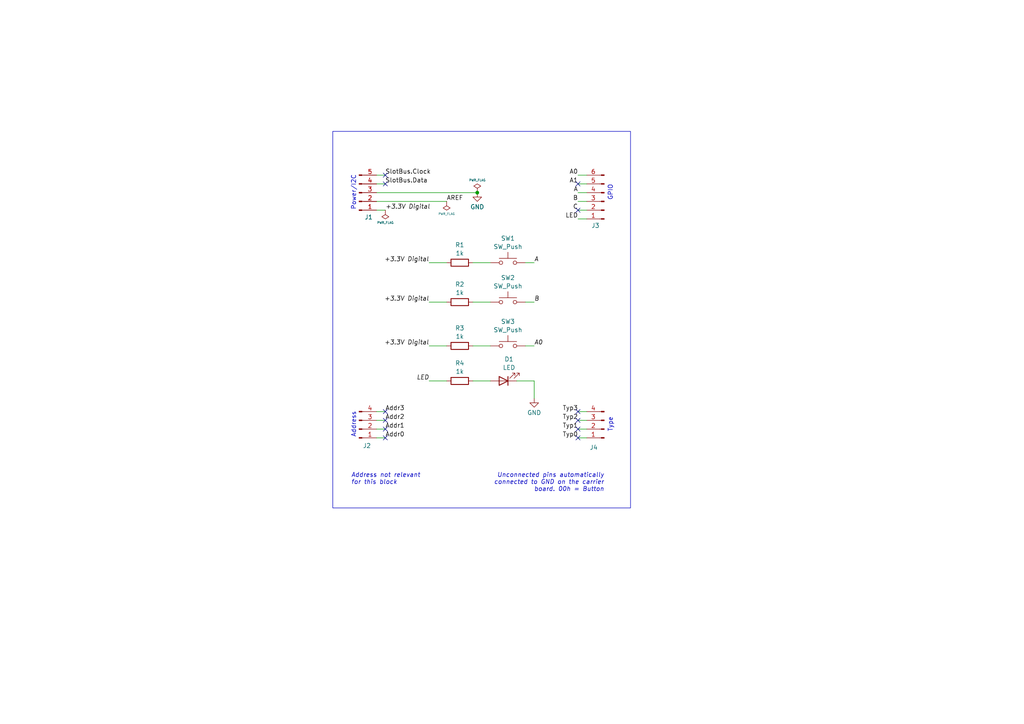
<source format=kicad_sch>
(kicad_sch (version 20250114) (generator "eeschema") (generator_version "9.0")
  (paper "A4")
  (title_block (title "Modular Music Controller / Block / Three Switches") (date "2025-12-01") (rev "1") (company "Dennis Schulmeister-Zimolong"))
  (lib_symbols
    (symbol "Connector:Conn_01x04_Pin" (pin_names (offset 1.016) (hide yes))
      (property "Reference" "J" (at 0 5.08 0))
      (property "Value" "Conn_01x04_Pin" (at 0 -7.62 0))
      (symbol "Conn_01x04_Pin_1_1"
        (rectangle (start 0.8636 2.667) (end 0 2.413) (stroke (width 0.1524)) (fill (type outline)))
        (rectangle (start 0.8636 0.127) (end 0 -0.127) (stroke (width 0.1524)) (fill (type outline)))
        (rectangle (start 0.8636 -2.413) (end 0 -2.667) (stroke (width 0.1524)) (fill (type outline)))
        (rectangle (start 0.8636 -4.953) (end 0 -5.207) (stroke (width 0.1524)) (fill (type outline)))
        (polyline (pts (xy 1.27 2.54) (xy 0.8636 2.54)) (stroke (width 0.1524)))
        (polyline (pts (xy 1.27 0) (xy 0.8636 0)) (stroke (width 0.1524)))
        (polyline (pts (xy 1.27 -2.54) (xy 0.8636 -2.54)) (stroke (width 0.1524)))
        (polyline (pts (xy 1.27 -5.08) (xy 0.8636 -5.08)) (stroke (width 0.1524)))
        (pin passive line (at 5.08 2.54 180) (length 3.81) (name "Pin_1") (number "1"))
        (pin passive line (at 5.08 0 180) (length 3.81) (name "Pin_2") (number "2"))
        (pin passive line (at 5.08 -2.54 180) (length 3.81) (name "Pin_3") (number "3"))
        (pin passive line (at 5.08 -5.08 180) (length 3.81) (name "Pin_4") (number "4"))
      )
    )
    (symbol "Connector:Conn_01x05_Pin" (pin_names (offset 1.016) (hide yes))
      (property "Reference" "J" (at 0 7.62 0))
      (property "Value" "Conn_01x05_Pin" (at 0 -7.62 0))
      (symbol "Conn_01x05_Pin_1_1"
        (rectangle (start 0.8636 5.207) (end 0 4.953) (stroke (width 0.1524)) (fill (type outline)))
        (rectangle (start 0.8636 2.667) (end 0 2.413) (stroke (width 0.1524)) (fill (type outline)))
        (rectangle (start 0.8636 0.127) (end 0 -0.127) (stroke (width 0.1524)) (fill (type outline)))
        (rectangle (start 0.8636 -2.413) (end 0 -2.667) (stroke (width 0.1524)) (fill (type outline)))
        (rectangle (start 0.8636 -4.953) (end 0 -5.207) (stroke (width 0.1524)) (fill (type outline)))
        (polyline (pts (xy 1.27 5.08) (xy 0.8636 5.08)) (stroke (width 0.1524)))
        (polyline (pts (xy 1.27 2.54) (xy 0.8636 2.54)) (stroke (width 0.1524)))
        (polyline (pts (xy 1.27 0) (xy 0.8636 0)) (stroke (width 0.1524)))
        (polyline (pts (xy 1.27 -2.54) (xy 0.8636 -2.54)) (stroke (width 0.1524)))
        (polyline (pts (xy 1.27 -5.08) (xy 0.8636 -5.08)) (stroke (width 0.1524)))
        (pin passive line (at 5.08 5.08 180) (length 3.81) (name "Pin_1") (number "1"))
        (pin passive line (at 5.08 2.54 180) (length 3.81) (name "Pin_2") (number "2"))
        (pin passive line (at 5.08 0 180) (length 3.81) (name "Pin_3") (number "3"))
        (pin passive line (at 5.08 -2.54 180) (length 3.81) (name "Pin_4") (number "4"))
        (pin passive line (at 5.08 -5.08 180) (length 3.81) (name "Pin_5") (number "5"))
      )
    )
    (symbol "Connector:Conn_01x06_Pin" (pin_names (offset 1.016) (hide yes))
      (property "Reference" "J" (at 0 7.62 0))
      (property "Value" "Conn_01x06_Pin" (at 0 -10.16 0))
      (symbol "Conn_01x06_Pin_1_1"
        (rectangle (start 0.8636 5.207) (end 0 4.953) (stroke (width 0.1524)) (fill (type outline)))
        (rectangle (start 0.8636 2.667) (end 0 2.413) (stroke (width 0.1524)) (fill (type outline)))
        (rectangle (start 0.8636 0.127) (end 0 -0.127) (stroke (width 0.1524)) (fill (type outline)))
        (rectangle (start 0.8636 -2.413) (end 0 -2.667) (stroke (width 0.1524)) (fill (type outline)))
        (rectangle (start 0.8636 -4.953) (end 0 -5.207) (stroke (width 0.1524)) (fill (type outline)))
        (rectangle (start 0.8636 -7.493) (end 0 -7.747) (stroke (width 0.1524)) (fill (type outline)))
        (polyline (pts (xy 1.27 5.08) (xy 0.8636 5.08)) (stroke (width 0.1524)))
        (polyline (pts (xy 1.27 2.54) (xy 0.8636 2.54)) (stroke (width 0.1524)))
        (polyline (pts (xy 1.27 0) (xy 0.8636 0)) (stroke (width 0.1524)))
        (polyline (pts (xy 1.27 -2.54) (xy 0.8636 -2.54)) (stroke (width 0.1524)))
        (polyline (pts (xy 1.27 -5.08) (xy 0.8636 -5.08)) (stroke (width 0.1524)))
        (polyline (pts (xy 1.27 -7.62) (xy 0.8636 -7.62)) (stroke (width 0.1524)))
        (pin passive line (at 5.08 5.08 180) (length 3.81) (name "Pin_1") (number "1"))
        (pin passive line (at 5.08 2.54 180) (length 3.81) (name "Pin_2") (number "2"))
        (pin passive line (at 5.08 0 180) (length 3.81) (name "Pin_3") (number "3"))
        (pin passive line (at 5.08 -2.54 180) (length 3.81) (name "Pin_4") (number "4"))
        (pin passive line (at 5.08 -5.08 180) (length 3.81) (name "Pin_5") (number "5"))
        (pin passive line (at 5.08 -7.62 180) (length 3.81) (name "Pin_6") (number "6"))
      )
    )
    (symbol "Device:LED" (pin_numbers (hide yes)) (pin_names (offset 1.016) (hide yes))
      (property "Reference" "D" (at 0 2.54 0))
      (property "Value" "LED" (at 0 -2.54 0))
      (symbol "LED_0_1"
        (polyline (pts (xy -3.048 -0.762) (xy -4.572 -2.286) (xy -3.81 -2.286) (xy -4.572 -2.286) (xy -4.572 -1.524)))
        (polyline (pts (xy -1.778 -0.762) (xy -3.302 -2.286) (xy -2.54 -2.286) (xy -3.302 -2.286) (xy -3.302 -1.524)))
        (polyline (pts (xy -1.27 0) (xy 1.27 0)))
        (polyline (pts (xy -1.27 -1.27) (xy -1.27 1.27)) (stroke (width 0.254)))
        (polyline (pts (xy 1.27 -1.27) (xy 1.27 1.27) (xy -1.27 0) (xy 1.27 -1.27)) (stroke (width 0.254)))
      )
      (symbol "LED_1_1"
        (pin passive line (at -3.81 0 0) (length 2.54) (name "K") (number "1"))
        (pin passive line (at 3.81 0 180) (length 2.54) (name "A") (number "2"))
      )
    )
    (symbol "Device:R" (pin_numbers (hide yes)) (pin_names (offset 0))
      (property "Reference" "R" (at 2.032 0 90))
      (property "Value" "R" (at 0 0 90))
      (symbol "R_0_1"
        (rectangle (start -1.016 -2.54) (end 1.016 2.54) (stroke (width 0.254)))
      )
      (symbol "R_1_1"
        (pin passive line (at 0 3.81 270) (length 1.27) (name "~") (number "1"))
        (pin passive line (at 0 -3.81 90) (length 1.27) (name "~") (number "2"))
      )
    )
    (symbol "Switch:SW_Push" (pin_numbers (hide yes)) (pin_names (offset 1.016) (hide yes))
      (property "Reference" "SW" (at 1.27 2.54 0))
      (property "Value" "SW_Push" (at 0 -1.524 0))
      (symbol "SW_Push_0_1"
        (circle (center -2.032 0) (radius 0.508))
        (polyline (pts (xy 0 1.27) (xy 0 3.048)))
        (circle (center 2.032 0) (radius 0.508))
        (polyline (pts (xy 2.54 1.27) (xy -2.54 1.27)))
        (pin passive line (at -5.08 0 0) (length 2.54) (name "1") (number "1"))
        (pin passive line (at 5.08 0 180) (length 2.54) (name "2") (number "2"))
      )
    )
    (symbol "power:GND" (power) (pin_numbers (hide yes)) (pin_names (offset 0) (hide yes))
      (property "Value" "GND" (at 0 -3.81 0))
      (symbol "GND_0_1"
        (polyline (pts (xy 0 0) (xy 0 -1.27) (xy 1.27 -1.27) (xy 0 -2.54) (xy -1.27 -1.27) (xy 0 -1.27)))
      )
      (symbol "GND_1_1"
        (pin power_in line (at 0 0 270) (length 0) (name "~") (number "1"))
      )
    )
    (symbol "power:PWR_FLAG" (power) (pin_numbers (hide yes)) (pin_names (offset 0) (hide yes))
      (property "Value" "PWR_FLAG" (at 0 3.81 0))
      (symbol "PWR_FLAG_0_0"
        (pin power_out line (at 0 0 90) (length 0) (name "~") (number "1"))
      )
      (symbol "PWR_FLAG_0_1"
        (polyline (pts (xy 0 0) (xy 0 1.27) (xy -1.016 1.905) (xy 0 2.54) (xy 1.016 1.905) (xy 0 1.27)))
      )
    )
  )
  (rectangle (start 96.52 38.1) (end 182.88 147.32))
  (text "Unconnected pins automatically\nconnected to GND on the carrier\nboard. 00h = Button" (at 175.26 137.16 0) (effects (font (size 1.27 1.27) (italic yes)) (justify right top)))
  (text "GPIO" (at 177.8 55.88 90) (effects (font (size 1.27 1.27)) (justify bottom)))
  (text "Type" (at 177.8 123.19 90) (effects (font (size 1.27 1.27)) (justify bottom)))
  (text "Address not relevant\nfor this block" (at 101.854 137.16 0) (effects (font (size 1.27 1.27) (italic yes)) (justify left top)))
  (text "Address" (at 101.854 123.19 90) (effects (font (size 1.27 1.27)) (justify top)))
  (text "Power/I2C" (at 101.854 55.88 90) (effects (font (size 1.27 1.27)) (justify top)))
  (junction (at 138.43 55.88))
  (no_connect (at 167.64 53.34))
  (no_connect (at 111.76 127))
  (no_connect (at 167.64 124.46))
  (no_connect (at 111.76 50.8))
  (no_connect (at 111.76 124.46))
  (no_connect (at 111.76 53.34))
  (no_connect (at 111.76 119.38))
  (no_connect (at 167.64 119.38))
  (no_connect (at 167.64 60.96))
  (no_connect (at 167.64 121.92))
  (no_connect (at 167.64 127))
  (no_connect (at 111.76 121.92))
  (wire (pts (xy 111.76 119.38) (xy 109.22 119.38)))
  (wire (pts (xy 109.22 60.96) (xy 111.76 60.96)))
  (wire (pts (xy 111.76 121.92) (xy 109.22 121.92)))
  (wire (pts (xy 167.64 124.46) (xy 170.18 124.46)))
  (wire (pts (xy 167.64 60.96) (xy 170.18 60.96)))
  (wire (pts (xy 124.46 76.2) (xy 129.54 76.2)))
  (wire (pts (xy 137.16 110.49) (xy 142.24 110.49)))
  (wire (pts (xy 111.76 124.46) (xy 109.22 124.46)))
  (wire (pts (xy 167.64 121.92) (xy 170.18 121.92)))
  (wire (pts (xy 154.94 87.63) (xy 152.4 87.63)))
  (wire (pts (xy 167.64 53.34) (xy 170.18 53.34)))
  (wire (pts (xy 167.64 127) (xy 170.18 127)))
  (wire (pts (xy 167.64 55.88) (xy 170.18 55.88)))
  (wire (pts (xy 154.94 100.33) (xy 152.4 100.33)))
  (wire (pts (xy 137.16 76.2) (xy 142.24 76.2)))
  (wire (pts (xy 167.64 58.42) (xy 170.18 58.42)))
  (wire (pts (xy 109.22 55.88) (xy 138.43 55.88)))
  (wire (pts (xy 109.22 50.8) (xy 111.76 50.8)))
  (wire (pts (xy 137.16 87.63) (xy 142.24 87.63)))
  (wire (pts (xy 124.46 87.63) (xy 129.54 87.63)))
  (wire (pts (xy 109.22 58.42) (xy 129.54 58.42)))
  (wire (pts (xy 124.46 100.33) (xy 129.54 100.33)))
  (wire (pts (xy 111.76 127) (xy 109.22 127)))
  (wire (pts (xy 154.94 76.2) (xy 152.4 76.2)))
  (wire (pts (xy 137.16 100.33) (xy 142.24 100.33)))
  (wire (pts (xy 167.64 50.8) (xy 170.18 50.8)))
  (wire (pts (xy 124.46 110.49) (xy 129.54 110.49)))
  (wire (pts (xy 109.22 53.34) (xy 111.76 53.34)))
  (wire (pts (xy 149.86 110.49) (xy 154.94 110.49)))
  (wire (pts (xy 154.94 110.49) (xy 154.94 115.57)))
  (wire (pts (xy 167.64 119.38) (xy 170.18 119.38)))
  (wire (pts (xy 167.64 63.5) (xy 170.18 63.5)))
  (label "A0" (at 154.94 100.33 0) (effects (font (italic yes))))
  (label "B" (at 167.64 58.42 180))
  (label "C" (at 167.64 60.96 180))
  (label "SlotBus.Data" (at 111.76 53.34 0))
  (label "SlotBus.Clock" (at 111.76 50.8 0))
  (label "B" (at 154.94 87.63 0) (effects (font (italic yes))))
  (label "A" (at 167.64 55.88 180))
  (label "+3.3V Digital" (at 124.46 100.33 180) (effects (font (italic yes))))
  (label "A1" (at 167.64 53.34 180))
  (label "A0" (at 167.64 50.8 180))
  (label "LED" (at 167.64 63.5 180))
  (label "A" (at 154.94 76.2 0) (effects (font (italic yes))))
  (label "LED" (at 124.46 110.49 180) (effects (font (italic yes))))
  (label "+3.3V Digital" (at 111.76 60.96 0) (effects (font (italic yes))))
  (label "+3.3V Digital" (at 124.46 87.63 180) (effects (font (italic yes))))
  (label "Typ1" (at 167.64 124.46 180))
  (label "Typ0" (at 167.64 127 180))
  (label "Typ2" (at 167.64 121.92 180))
  (label "Typ3" (at 167.64 119.38 180))
  (label "AREF" (at 129.54 58.42 0))
  (label "Addr2" (at 111.76 121.92 0))
  (label "Addr1" (at 111.76 124.46 0))
  (label "Addr0" (at 111.76 127 0))
  (label "Addr3" (at 111.76 119.38 0))
  (label "+3.3V Digital" (at 124.46 76.2 180) (effects (font (italic yes))))
  (symbol (lib_id "Device:R") (at 133.35 110.49 90) (unit 1)
    (property "Reference" "R4" (at 133.35 105.3295 90))
    (property "Value" "1k" (at 133.35 107.7538 90))
    (property "Footprint" "Resistor_SMD:R_0402_1005Metric" (effects (hide yes)))
    (property "Description" "Resistor" (effects (hide yes)))
  )
  (symbol (lib_id "Connector:Conn_01x04_Pin") (at 175.26 124.46 180) (unit 1)
    (property "Reference" "J4" (at 172.212 129.794 0))
    (property "Value" "Samtec MTMS-104-02-T-S-100" (effects (hide yes)))
    (property "Footprint" "Connector_PinHeader_1.27mm:PinHeader_1x04_P1.27mm_Vertical" (effects (hide yes)))
    (property "Description" "Single row pin header" (effects (hide yes)))
  )
  (symbol (lib_id "Device:R") (at 133.35 87.63 90) (unit 1)
    (property "Reference" "R2" (at 133.35 82.4695 90))
    (property "Value" "1k" (at 133.35 84.8938 90))
    (property "Footprint" "Resistor_SMD:R_0402_1005Metric" (effects (hide yes)))
    (property "Description" "Resistor" (effects (hide yes)))
  )
  (symbol (lib_id "Device:LED") (at 146.05 110.49 180) (unit 1)
    (property "Reference" "D1" (at 147.6375 104.1865 0))
    (property "Value" "LED" (at 147.6375 106.6108 0))
    (property "Footprint" "LED_SMD:LED_0805_2012Metric" (effects (hide yes)))
    (property "Description" "Light emitting diode" (effects (hide yes)))
    (property "Sim.Pins" "1=K 2=A" (effects (hide yes)))
  )
  (symbol (lib_id "Connector:Conn_01x06_Pin") (at 175.26 58.42 180) (unit 1)
    (property "Reference" "J3" (at 172.72 65.4163 0))
    (property "Value" "Samtec  MTMS-106-02-T-S-100" (effects (hide yes)))
    (property "Footprint" "Connector_PinHeader_1.27mm:PinHeader_1x06_P1.27mm_Vertical" (effects (hide yes)))
    (property "Description" "Single row pin header" (effects (hide yes)))
  )
  (symbol (lib_id "Device:R") (at 133.35 76.2 90) (unit 1)
    (property "Reference" "R1" (at 133.35 71.0395 90))
    (property "Value" "1k" (at 133.35 73.4638 90))
    (property "Footprint" "Resistor_SMD:R_0402_1005Metric" (effects (hide yes)))
    (property "Description" "Resistor" (effects (hide yes)))
  )
  (symbol (lib_id "power:PWR_FLAG") (at 138.43 55.88 0) (unit 1)
    (property "Reference" "#FLG03" (effects (hide yes)))
    (property "Value" "PWR_FLAG" (at 138.43 52.2577 0) (effects (font (size 0.635 0.635) (thickness 0.0794))))
    (property "Description" "Special symbol for telling ERC where power comes from" (effects (hide yes)))
  )
  (symbol (lib_id "Switch:SW_Push") (at 147.32 87.63 0) (unit 1)
    (property "Reference" "SW2" (at 147.32 80.5645 0))
    (property "Value" "SW_Push" (at 147.32 82.9888 0))
    (property "Footprint" "Button_Switch_THT:SW_PUSH_6mm" (effects (hide yes)))
    (property "Description" "Push button switch, generic, two pins" (effects (hide yes)))
  )
  (symbol (lib_id "power:PWR_FLAG") (at 111.76 60.96 180) (unit 1)
    (property "Reference" "#FLG01" (effects (hide yes)))
    (property "Value" "PWR_FLAG" (at 111.76 64.5823 0) (effects (font (size 0.635 0.635) (thickness 0.0794))))
    (property "Description" "Special symbol for telling ERC where power comes from" (effects (hide yes)))
  )
  (symbol (lib_id "Connector:Conn_01x05_Pin") (at 104.14 55.88 0) (mirror x) (unit 1)
    (property "Reference" "J1" (at 106.934 62.992 0))
    (property "Value" "Samtec MTMS-105-02-T-S-100" (effects (hide yes)))
    (property "Footprint" "Connector_PinHeader_1.27mm:PinHeader_1x05_P1.27mm_Vertical" (effects (hide yes)))
    (property "Description" "Single row pin header" (effects (hide yes)))
  )
  (symbol (lib_id "Switch:SW_Push") (at 147.32 76.2 0) (unit 1)
    (property "Reference" "SW1" (at 147.32 69.1345 0))
    (property "Value" "SW_Push" (at 147.32 71.5588 0))
    (property "Footprint" "Button_Switch_THT:SW_PUSH_6mm" (effects (hide yes)))
    (property "Description" "Push button switch, generic, two pins" (effects (hide yes)))
  )
  (symbol (lib_id "Switch:SW_Push") (at 147.32 100.33 0) (unit 1)
    (property "Reference" "SW3" (at 147.32 93.2645 0))
    (property "Value" "SW_Push" (at 147.32 95.6888 0))
    (property "Footprint" "Button_Switch_THT:SW_PUSH_6mm" (effects (hide yes)))
    (property "Description" "Push button switch, generic, two pins" (effects (hide yes)))
  )
  (symbol (lib_id "power:GND") (at 138.43 55.88 0) (unit 1)
    (property "Reference" "#PWR01" (effects (hide yes)))
    (property "Value" "GND" (at 138.43 60.0131 0))
    (property "Description" "Power symbol creates a global label with name \"GND\" , ground" (effects (hide yes)))
  )
  (symbol (lib_id "power:PWR_FLAG") (at 129.54 58.42 180) (unit 1)
    (property "Reference" "#FLG02" (effects (hide yes)))
    (property "Value" "PWR_FLAG" (at 129.54 62.0423 0) (effects (font (size 0.635 0.635) (thickness 0.0794))))
    (property "Description" "Special symbol for telling ERC where power comes from" (effects (hide yes)))
  )
  (symbol (lib_id "power:GND") (at 154.94 115.57 0) (unit 1)
    (property "Reference" "#PWR02" (effects (hide yes)))
    (property "Value" "GND" (at 154.94 119.7031 0))
    (property "Description" "Power symbol creates a global label with name \"GND\" , ground" (effects (hide yes)))
  )
  (symbol (lib_id "Device:R") (at 133.35 100.33 90) (unit 1)
    (property "Reference" "R3" (at 133.35 95.1695 90))
    (property "Value" "1k" (at 133.35 97.5938 90))
    (property "Footprint" "Resistor_SMD:R_0402_1005Metric" (effects (hide yes)))
    (property "Description" "Resistor" (effects (hide yes)))
  )
  (symbol (lib_id "Connector:Conn_01x04_Pin") (at 104.14 124.46 0) (mirror x) (unit 1)
    (property "Reference" "J2" (at 106.426 129.286 0))
    (property "Value" "Samtec MTMS-104-02-T-S-100" (effects (hide yes)))
    (property "Footprint" "Connector_PinHeader_1.27mm:PinHeader_1x04_P1.27mm_Vertical" (effects (hide yes)))
    (property "Description" "Single row pin header" (effects (hide yes)))
  )
)
</source>
